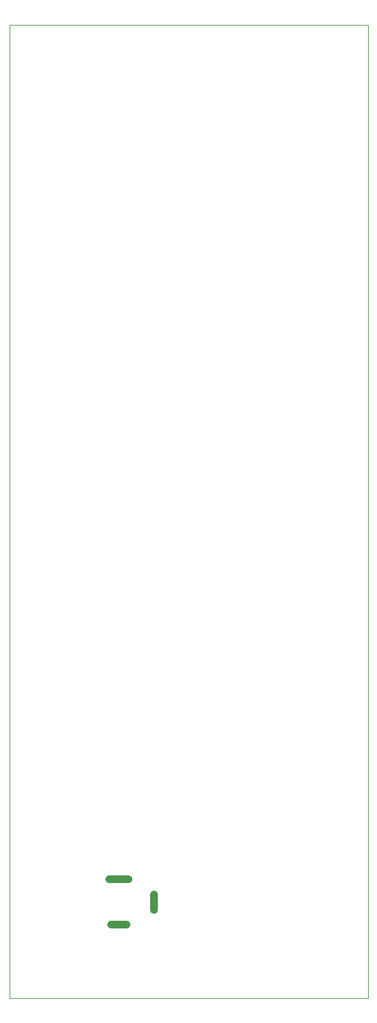
<source format=gbr>
%TF.GenerationSoftware,KiCad,Pcbnew,7.0.9*%
%TF.CreationDate,2025-03-02T20:15:32-05:00*%
%TF.ProjectId,Module_Nano_Pump,4d6f6475-6c65-45f4-9e61-6e6f5f50756d,rev?*%
%TF.SameCoordinates,Original*%
%TF.FileFunction,Profile,NP*%
%FSLAX46Y46*%
G04 Gerber Fmt 4.6, Leading zero omitted, Abs format (unit mm)*
G04 Created by KiCad (PCBNEW 7.0.9) date 2025-03-02 20:15:32*
%MOMM*%
%LPD*%
G01*
G04 APERTURE LIST*
%TA.AperFunction,Profile*%
%ADD10C,0.100000*%
%TD*%
%TA.AperFunction,Profile*%
%ADD11C,0.990600*%
%TD*%
G04 APERTURE END LIST*
D10*
X32510000Y-30750000D02*
X80010000Y-30750000D01*
X80010000Y-159750000D01*
X32510000Y-159750000D01*
X32510000Y-30750000D01*
D11*
%TO.C,J3*%
X51709000Y-146004200D02*
X51709000Y-148010800D01*
X48267311Y-144010300D02*
X45752711Y-144010300D01*
X48013300Y-150004700D02*
X46006700Y-150004700D01*
%TD*%
M02*

</source>
